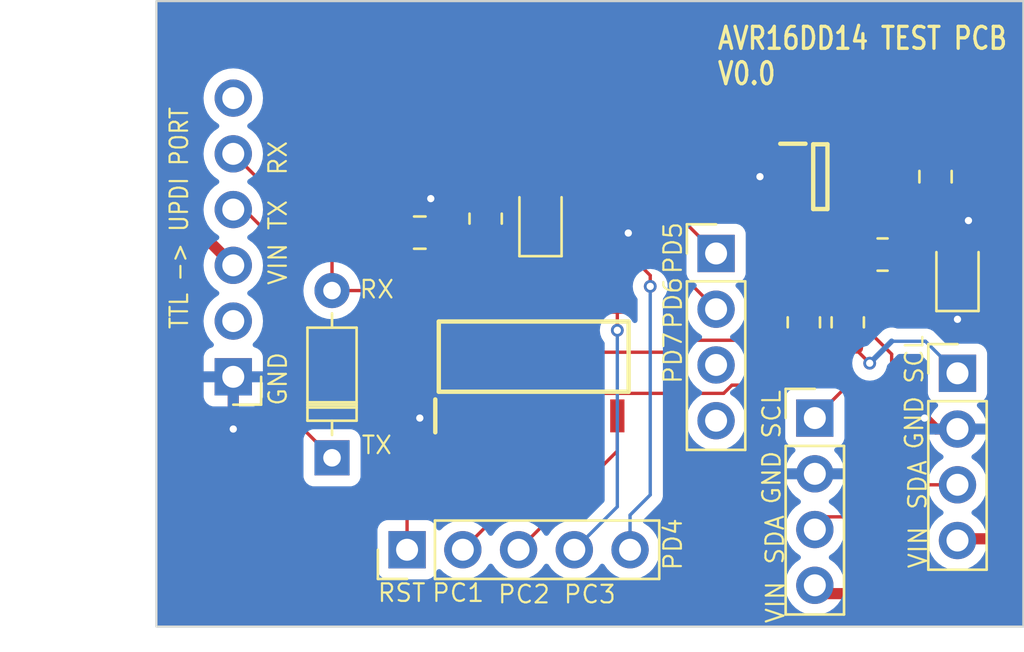
<source format=kicad_pcb>
(kicad_pcb (version 20240108) (generator "pcbnew") (generator_version "8.0")
  (layers (0 "F.Cu" signal) (31 "B.Cu" signal) (34 "B.Paste" user) (35 "F.Paste" user) (36 "B.SilkS" user "B.Silkscreen") (37 "F.SilkS" user "F.Silkscreen") (38 "B.Mask" user) (39 "F.Mask" user) (44 "Edge.Cuts" user))
  (net 0 "")
  (net 1 "/TX")
  (net 2 "/RX")
  (net 3 "/SCL")
  (net 4 "/SDA")
  (net 5 "/VDD")
  (net 6 "0")
  (net 7 "/VIN")
  (net 8 "Net-(D1-A)")
  (net 12 "/PD4")
  (net 13 "/PD6")
  (net 14 "/PC1")
  (net 15 "/RESET")
  (net 16 "/VDDIO2")
  (net 17 "/PD5")
  (net 18 "/PD7")
  (net 19 "/PC3")
  (net 20 "/PC2")
  (net 21 "Net-(D2-A)")
  (footprint "Connector_PinHeader_2.54mm:PinHeader_1x04_P2.54mm_Vertical" (layer "F.Cu") (at 130.5 78)
    (property "Reference" "J5" (hide yes))
    (property "Value" "Conn_01x04")
    (fp_line (start -1.33 -1.33) (end 0 -1.33) (stroke (width 0.12)) (layer "F.SilkS"))
    (fp_line (start -1.33 0) (end -1.33 -1.33) (stroke (width 0.12)) (layer "F.SilkS"))
    (fp_line (start -1.33 1.27) (end -1.33 8.95) (stroke (width 0.12)) (layer "F.SilkS"))
    (fp_line (start -1.33 1.27) (end 1.33 1.27) (stroke (width 0.12)) (layer "F.SilkS"))
    (fp_line (start -1.33 8.95) (end 1.33 8.95) (stroke (width 0.12)) (layer "F.SilkS"))
    (fp_line (start 1.33 1.27) (end 1.33 8.95) (stroke (width 0.12)) (layer "F.SilkS"))
    (pad "1" thru_hole rect (at 0 0) (size 1.7 1.7) (drill 1) (layers "*.Cu" "*.Mask") (net 17 "/PD5"))
    (pad "2" thru_hole oval (at 0 2.54) (size 1.7 1.7) (drill 1) (layers "*.Cu" "*.Mask") (net 13 "/PD6"))
    (pad "3" thru_hole oval (at 0 5.08) (size 1.7 1.7) (drill 1) (layers "*.Cu" "*.Mask") (net 18 "/PD7"))
    (pad "4" thru_hole oval (at 0 7.62) (size 1.7 1.7) (drill 1) (layers "*.Cu" "*.Mask") (net 16 "/VDDIO2"))
  )
  (footprint "Connector_PinHeader_2.54mm:PinHeader_1x04_P2.54mm_Vertical" (layer "F.Cu") (at 135 85.5)
    (property "Reference" "J4" (hide yes))
    (property "Value" "Conn_01x04" (hide yes))
    (fp_line (start -1.33 -1.33) (end 0 -1.33) (stroke (width 0.12)) (layer "F.SilkS"))
    (fp_line (start -1.33 0) (end -1.33 -1.33) (stroke (width 0.12)) (layer "F.SilkS"))
    (fp_line (start -1.33 1.27) (end -1.33 8.95) (stroke (width 0.12)) (layer "F.SilkS"))
    (fp_line (start -1.33 1.27) (end 1.33 1.27) (stroke (width 0.12)) (layer "F.SilkS"))
    (fp_line (start -1.33 8.95) (end 1.33 8.95) (stroke (width 0.12)) (layer "F.SilkS"))
    (fp_line (start 1.33 1.27) (end 1.33 8.95) (stroke (width 0.12)) (layer "F.SilkS"))
    (pad "1" thru_hole rect (at 0 0) (size 1.7 1.7) (drill 1) (layers "*.Cu" "*.Mask") (net 3 "/SCL"))
    (pad "2" thru_hole oval (at 0 2.54) (size 1.7 1.7) (drill 1) (layers "*.Cu" "*.Mask") (net 6 "0"))
    (pad "3" thru_hole oval (at 0 5.08) (size 1.7 1.7) (drill 1) (layers "*.Cu" "*.Mask") (net 4 "/SDA"))
    (pad "4" thru_hole oval (at 0 7.62) (size 1.7 1.7) (drill 1) (layers "*.Cu" "*.Mask") (net 7 "/VIN"))
  )
  (footprint "Capacitor_SMD:C_0805_2012Metric" (layer "F.Cu") (at 117 77.05 180)
    (property "Reference" "C1" (hide yes))
    (property "Value" "22uF")
    (fp_line (start -0.261252 0.735) (end 0.261252 0.735) (stroke (width 0.12)) (layer "F.SilkS"))
    (fp_line (start -0.261252 -0.735) (end 0.261252 -0.735) (stroke (width 0.12)) (layer "F.SilkS"))
    (pad "1" smd roundrect (at -0.95 0 180) (size 1 1.45) (layers "F.Cu" "F.Paste" "F.Mask") (net 6 "0"))
    (pad "2" smd roundrect (at 0.95 0 180) (size 1 1.45) (layers "F.Cu" "F.Paste" "F.Mask") (net 5 "/VDD"))
  )
  (footprint "Resistor_SMD:R_0805_2012Metric" (layer "F.Cu") (at 138.0875 78.05 180)
    (property "Reference" "R4" (hide yes))
    (property "Value" "470")
    (fp_line (start -0.227064 0.735) (end 0.227064 0.735) (stroke (width 0.12)) (layer "F.SilkS"))
    (fp_line (start -0.227064 -0.735) (end 0.227064 -0.735) (stroke (width 0.12)) (layer "F.SilkS"))
    (pad "1" smd roundrect (at -0.9125 0 180) (size 1.025 1.4) (layers "F.Cu" "F.Paste" "F.Mask") (roundrect_rratio 0.243902439) (net 8 "Net-(D1-A)"))
    (pad "2" smd roundrect (at 0.9125 0 180) (size 1.025 1.4) (layers "F.Cu" "F.Paste" "F.Mask") (roundrect_rratio 0.243902439) (net 5 "/VDD"))
  )
  (footprint "LED_SMD:LED_0805_2012Metric" (layer "F.Cu") (at 122.5 76.4375 90)
    (property "Reference" "D2" (hide yes))
    (property "Value" "LED")
    (fp_line (start 1 -0.96) (end -1.685 -0.96) (stroke (width 0.12)) (layer "F.SilkS"))
    (fp_line (start -1.685 -0.96) (end -1.685 0.96) (stroke (width 0.12)) (layer "F.SilkS"))
    (fp_line (start -1.685 0.96) (end 1 0.96) (stroke (width 0.12)) (layer "F.SilkS"))
    (pad "1" smd roundrect (at -0.9375 0 90) (size 0.975 1.4) (layers "F.Cu" "F.Paste" "F.Mask") (net 6 "0"))
    (pad "2" smd roundrect (at 0.9375 0 90) (size 0.975 1.4) (layers "F.Cu" "F.Paste" "F.Mask") (net 21 "Net-(D2-A)"))
  )
  (footprint "Diode_THT:D_DO-35_SOD27_P7.62mm_Horizontal" (layer "F.Cu") (at 113 87.31 90)
    (property "Reference" "D3" (hide yes))
    (property "Value" "BAT85")
    (fp_line (start 5.93 -1.12) (end 1.69 -1.12) (stroke (width 0.12)) (layer "F.SilkS"))
    (fp_line (start 2.53 -1.12) (end 2.53 1.12) (stroke (width 0.12)) (layer "F.SilkS"))
    (fp_line (start 2.41 -1.12) (end 2.41 1.12) (stroke (width 0.12)) (layer "F.SilkS"))
    (fp_line (start 2.29 -1.12) (end 2.29 1.12) (stroke (width 0.12)) (layer "F.SilkS"))
    (fp_line (start 1.69 -1.12) (end 1.69 1.12) (stroke (width 0.12)) (layer "F.SilkS"))
    (fp_line (start 6.58 0) (end 5.93 0) (stroke (width 0.12)) (layer "F.SilkS"))
    (fp_line (start 1.04 0) (end 1.69 0) (stroke (width 0.12)) (layer "F.SilkS"))
    (fp_line (start 5.93 1.12) (end 5.93 -1.12) (stroke (width 0.12)) (layer "F.SilkS"))
    (fp_line (start 1.69 1.12) (end 5.93 1.12) (stroke (width 0.12)) (layer "F.SilkS"))
    (pad "1" thru_hole rect (at 0 0 90) (size 1.6 1.6) (drill 0.8) (layers "*.Cu" "*.Mask") (net 1 "/TX"))
    (pad "2" thru_hole oval (at 7.62 0 90) (size 1.6 1.6) (drill 0.8) (layers "*.Cu" "*.Mask") (net 2 "/RX"))
  )
  (footprint "Connector_PinHeader_2.54mm:PinHeader_1x05_P2.54mm_Vertical" (layer "F.Cu") (at 116.42 91.5 90)
    (property "Reference" "J6" (hide yes))
    (property "Value" "Conn_01x05")
    (fp_line (start -1.33 -1.33) (end 0 -1.33) (stroke (width 0.12)) (layer "F.SilkS"))
    (fp_line (start -1.33 0) (end -1.33 -1.33) (stroke (width 0.12)) (layer "F.SilkS"))
    (fp_line (start 1.33 1.27) (end 1.33 11.49) (stroke (width 0.12)) (layer "F.SilkS"))
    (fp_line (start -1.33 1.27) (end 1.33 1.27) (stroke (width 0.12)) (layer "F.SilkS"))
    (fp_line (start -1.33 1.27) (end -1.33 11.49) (stroke (width 0.12)) (layer "F.SilkS"))
    (fp_line (start -1.33 11.49) (end 1.33 11.49) (stroke (width 0.12)) (layer "F.SilkS"))
    (pad "1" thru_hole rect (at 0 0 90) (size 1.7 1.7) (drill 1) (layers "*.Cu" "*.Mask") (net 15 "/RESET"))
    (pad "2" thru_hole oval (at 0 2.54 90) (size 1.7 1.7) (drill 1) (layers "*.Cu" "*.Mask") (net 14 "/PC1"))
    (pad "3" thru_hole oval (at 0 5.08 90) (size 1.7 1.7) (drill 1) (layers "*.Cu" "*.Mask") (net 20 "/PC2"))
    (pad "4" thru_hole oval (at 0 7.62 90) (size 1.7 1.7) (drill 1) (layers "*.Cu" "*.Mask") (net 19 "/PC3"))
    (pad "5" thru_hole oval (at 0 10.16 90) (size 1.7 1.7) (drill 1) (layers "*.Cu" "*.Mask") (net 12 "/PD4"))
  )
  (footprint "lib_components:SOIC127P600X175-14N" (layer "F.Cu") (at 122.19 82.7 90)
    (property "Reference" "IC1" (hide yes))
    (property "Value" "AVR16DD14-I_SL" (hide yes))
    (fp_line (start -3.45 -4.485) (end -1.95 -4.485) (stroke (width 0.2)) (layer "F.SilkS"))
    (fp_line (start 1.6 -4.325) (end 1.6 4.325) (stroke (width 0.2)) (layer "F.SilkS"))
    (fp_line (start -1.6 -4.325) (end 1.6 -4.325) (stroke (width 0.2)) (layer "F.SilkS"))
    (fp_line (start 1.6 4.325) (end -1.6 4.325) (stroke (width 0.2)) (layer "F.SilkS"))
    (fp_line (start -1.6 4.325) (end -1.6 -4.325) (stroke (width 0.2)) (layer "F.SilkS"))
    (pad "1" smd rect (at -2.7 -3.81 180) (size 0.65 1.5) (layers "F.Cu" "F.Paste" "F.Mask") (net 6 "0"))
    (pad "2" smd rect (at -2.7 -2.54 180) (size 0.65 1.5) (layers "F.Cu" "F.Paste" "F.Mask") (net 15 "/RESET"))
    (pad "3" smd rect (at -2.7 -1.27 180) (size 0.65 1.5) (layers "F.Cu" "F.Paste" "F.Mask") (net 2 "/RX"))
    (pad "4" smd rect (at -2.7 0 180) (size 0.65 1.5) (layers "F.Cu" "F.Paste" "F.Mask") (net 4 "/SDA"))
    (pad "5" smd rect (at -2.7 1.27 180) (size 0.65 1.5) (layers "F.Cu" "F.Paste" "F.Mask") (net 3 "/SCL"))
    (pad "6" smd rect (at -2.7 2.54 180) (size 0.65 1.5) (layers "F.Cu" "F.Paste" "F.Mask") (net 14 "/PC1"))
    (pad "7" smd rect (at -2.7 3.81 180) (size 0.65 1.5) (layers "F.Cu" "F.Paste" "F.Mask") (net 20 "/PC2"))
    (pad "8" smd rect (at 2.7 3.81 180) (size 0.65 1.5) (layers "F.Cu" "F.Paste" "F.Mask") (net 19 "/PC3"))
    (pad "9" smd rect (at 2.7 2.54 180) (size 0.65 1.5) (layers "F.Cu" "F.Paste" "F.Mask") (net 5 "/VDD"))
    (pad "10" smd rect (at 2.7 1.27 180) (size 0.65 1.5) (layers "F.Cu" "F.Paste" "F.Mask") (net 12 "/PD4"))
    (pad "11" smd rect (at 2.7 0 180) (size 0.65 1.5) (layers "F.Cu" "F.Paste" "F.Mask") (net 17 "/PD5"))
    (pad "12" smd rect (at 2.7 -1.27 180) (size 0.65 1.5) (layers "F.Cu" "F.Paste" "F.Mask") (net 13 "/PD6"))
    (pad "13" smd rect (at 2.7 -2.54 180) (size 0.65 1.5) (layers "F.Cu" "F.Paste" "F.Mask") (net 18 "/PD7"))
    (pad "14" smd rect (at 2.7 -3.81 180) (size 0.65 1.5) (layers "F.Cu" "F.Paste" "F.Mask") (net 5 "/VDD"))
  )
  (footprint "lib_components:SOT95P280X145-5N" (layer "F.Cu") (at 135.25 74.5)
    (property "Reference" "IC2" (hide yes))
    (property "Value" "ST730M33R" (hide yes))
    (fp_line (start -1.825 -1.5) (end -0.675 -1.5) (stroke (width 0.2)) (layer "F.SilkS"))
    (fp_line (start -0.325 -1.475) (end 0.325 -1.475) (stroke (width 0.2)) (layer "F.SilkS"))
    (fp_line (start -0.325 1.475) (end -0.325 -1.475) (stroke (width 0.2)) (layer "F.SilkS"))
    (fp_line (start 0.325 -1.475) (end 0.325 1.475) (stroke (width 0.2)) (layer "F.SilkS"))
    (fp_line (start 0.325 1.475) (end -0.325 1.475) (stroke (width 0.2)) (layer "F.SilkS"))
    (pad "1" smd rect (at -1.25 -0.95 90) (size 0.6 1.15) (layers "F.Cu" "F.Paste" "F.Mask") (net 5 "/VDD"))
    (pad "2" smd rect (at -1.25 0 90) (size 0.6 1.15) (layers "F.Cu" "F.Paste" "F.Mask") (net 6 "0"))
    (pad "3" smd rect (at -1.25 0.95 90) (size 0.6 1.15) (layers "F.Cu" "F.Paste" "F.Mask") (net 7 "/VIN"))
    (pad "4" smd rect (at 1.25 0.95 90) (size 0.6 1.15) (layers "F.Cu" "F.Paste" "F.Mask"))
    (pad "5" smd rect (at 1.25 -0.95 90) (size 0.6 1.15) (layers "F.Cu" "F.Paste" "F.Mask") (net 7 "/VIN"))
  )
  (footprint "Capacitor_SMD:C_0805_2012Metric" (layer "F.Cu") (at 140.5 74.5 90)
    (property "Reference" "C2" (hide yes))
    (property "Value" "22uF")
    (fp_line (start -0.261252 -0.735) (end 0.261252 -0.735) (stroke (width 0.12)) (layer "F.SilkS"))
    (fp_line (start -0.261252 0.735) (end 0.261252 0.735) (stroke (width 0.12)) (layer "F.SilkS"))
    (pad "1" smd roundrect (at -0.95 0 90) (size 1 1.45) (layers "F.Cu" "F.Paste" "F.Mask") (net 6 "0"))
    (pad "2" smd roundrect (at 0.95 0 90) (size 1 1.45) (layers "F.Cu" "F.Paste" "F.Mask") (net 7 "/VIN"))
  )
  (footprint "Connector_PinHeader_2.54mm:PinHeader_1x04_P2.54mm_Vertical" (layer "F.Cu") (at 141.5 83.46)
    (property "Reference" "J2" (hide yes))
    (property "Value" "Conn_01x04")
    (fp_line (start -1.33 -1.33) (end 0 -1.33) (stroke (width 0.12)) (layer "F.SilkS"))
    (fp_line (start -1.33 0) (end -1.33 -1.33) (stroke (width 0.12)) (layer "F.SilkS"))
    (fp_line (start -1.33 1.27) (end -1.33 8.95) (stroke (width 0.12)) (layer "F.SilkS"))
    (fp_line (start -1.33 1.27) (end 1.33 1.27) (stroke (width 0.12)) (layer "F.SilkS"))
    (fp_line (start -1.33 8.95) (end 1.33 8.95) (stroke (width 0.12)) (layer "F.SilkS"))
    (fp_line (start 1.33 1.27) (end 1.33 8.95) (stroke (width 0.12)) (layer "F.SilkS"))
    (pad "1" thru_hole rect (at 0 0) (size 1.7 1.7) (drill 1) (layers "*.Cu" "*.Mask") (net 3 "/SCL"))
    (pad "2" thru_hole oval (at 0 2.54) (size 1.7 1.7) (drill 1) (layers "*.Cu" "*.Mask") (net 6 "0"))
    (pad "3" thru_hole oval (at 0 5.08) (size 1.7 1.7) (drill 1) (layers "*.Cu" "*.Mask") (net 4 "/SDA"))
    (pad "4" thru_hole oval (at 0 7.62) (size 1.7 1.7) (drill 1) (layers "*.Cu" "*.Mask") (net 7 "/VIN"))
  )
  (footprint "Resistor_SMD:R_0805_2012Metric" (layer "F.Cu") (at 120 76.4125 -90)
    (property "Reference" "R5" (hide yes))
    (property "Value" "470")
    (fp_line (start -0.227064 0.735) (end 0.227064 0.735) (stroke (width 0.12)) (layer "F.SilkS"))
    (fp_line (start -0.227064 -0.735) (end 0.227064 -0.735) (stroke (width 0.12)) (layer "F.SilkS"))
    (pad "1" smd roundrect (at -0.9125 0 270) (size 1.025 1.4) (layers "F.Cu" "F.Paste" "F.Mask") (roundrect_rratio 0.243902439) (net 21 "Net-(D2-A)"))
    (pad "2" smd roundrect (at 0.9125 0 270) (size 1.025 1.4) (layers "F.Cu" "F.Paste" "F.Mask") (roundrect_rratio 0.243902439) (net 18 "/PD7"))
  )
  (footprint "Resistor_SMD:R_0805_2012Metric" (layer "F.Cu") (at 134.5 81.1375 90)
    (property "Reference" "R2" (hide yes))
    (property "Value" "1k")
    (fp_line (start -0.227064 -0.735) (end 0.227064 -0.735) (stroke (width 0.12)) (layer "F.SilkS"))
    (fp_line (start -0.227064 0.735) (end 0.227064 0.735) (stroke (width 0.12)) (layer "F.SilkS"))
    (pad "1" smd roundrect (at -0.9125 0 90) (size 1.025 1.4) (layers "F.Cu" "F.Paste" "F.Mask") (roundrect_rratio 0.243902439) (net 4 "/SDA"))
    (pad "2" smd roundrect (at 0.9125 0 90) (size 1.025 1.4) (layers "F.Cu" "F.Paste" "F.Mask") (roundrect_rratio 0.243902439) (net 5 "/VDD"))
  )
  (footprint "Connector_PinHeader_2.54mm:PinHeader_1x06_P2.54mm_Horizontal" (layer "F.Cu") (at 108.5 83.62 180)
    (property "Reference" "J1" (hide yes))
    (property "Value" "Conn_01x06_Pin")
    (fp_line (start -1.27 0) (end -1.27 -1.27) (stroke (width 0.12)) (layer "F.SilkS"))
    (fp_line (start -1.27 -1.27) (end 0 -1.27) (stroke (width 0.12)) (layer "F.SilkS"))
    (pad "1" thru_hole rect (at 0 0 180) (size 1.7 1.7) (drill 1) (layers "*.Cu" "*.Mask") (net 6 "0"))
    (pad "2" thru_hole oval (at 0 2.54 180) (size 1.7 1.7) (drill 1) (layers "*.Cu" "*.Mask"))
    (pad "3" thru_hole oval (at 0 5.08 180) (size 1.7 1.7) (drill 1) (layers "*.Cu" "*.Mask") (net 7 "/VIN"))
    (pad "4" thru_hole oval (at 0 7.62 180) (size 1.7 1.7) (drill 1) (layers "*.Cu" "*.Mask") (net 1 "/TX"))
    (pad "5" thru_hole oval (at 0 10.16 180) (size 1.7 1.7) (drill 1) (layers "*.Cu" "*.Mask") (net 2 "/RX"))
    (pad "6" thru_hole oval (at 0 12.7 180) (size 1.7 1.7) (drill 1) (layers "*.Cu" "*.Mask"))
  )
  (footprint "Resistor_SMD:R_0805_2012Metric" (layer "F.Cu") (at 136.5 81.1375 90)
    (property "Reference" "R3" (hide yes))
    (property "Value" "1k")
    (fp_line (start -0.227064 -0.735) (end 0.227064 -0.735) (stroke (width 0.12)) (layer "F.SilkS"))
    (fp_line (start -0.227064 0.735) (end 0.227064 0.735) (stroke (width 0.12)) (layer "F.SilkS"))
    (pad "1" smd roundrect (at -0.9125 0 90) (size 1.025 1.4) (layers "F.Cu" "F.Paste" "F.Mask") (roundrect_rratio 0.243902439) (net 3 "/SCL"))
    (pad "2" smd roundrect (at 0.9125 0 90) (size 1.025 1.4) (layers "F.Cu" "F.Paste" "F.Mask") (roundrect_rratio 0.243902439) (net 5 "/VDD"))
  )
  (footprint "LED_SMD:LED_0805_2012Metric" (layer "F.Cu") (at 141.5 78.9375 90)
    (property "Reference" "D1" (hide yes))
    (property "Value" "LED")
    (fp_line (start 1 -0.96) (end -1.685 -0.96) (stroke (width 0.12)) (layer "F.SilkS"))
    (fp_line (start -1.685 -0.96) (end -1.685 0.96) (stroke (width 0.12)) (layer "F.SilkS"))
    (fp_line (start -1.685 0.96) (end 1 0.96) (stroke (width 0.12)) (layer "F.SilkS"))
    (pad "1" smd roundrect (at -0.9375 0 90) (size 0.975 1.4) (layers "F.Cu" "F.Paste" "F.Mask") (net 6 "0"))
    (pad "2" smd roundrect (at 0.9375 0 90) (size 0.975 1.4) (layers "F.Cu" "F.Paste" "F.Mask") (net 8 "Net-(D1-A)"))
  )
  (gr_rect (start 105 66.5) (end 144.5 95) (stroke (width 0.1)) (fill none) (layer "Edge.Cuts"))
  (gr_text "GND\n" (at 140 87 90) (layer "F.SilkS") (effects (font (size 0.8 0.8) (thickness 0.1)) (justify left bottom)))
  (gr_text "PC2\n" (at 120.5 94 0) (layer "F.SilkS") (effects (font (size 0.8 0.8) (thickness 0.1)) (justify left bottom)))
  (gr_text "PD4" (at 129 92.5 90) (layer "F.SilkS") (effects (font (size 0.8 0.8) (thickness 0.1)) (justify left bottom)))
  (gr_text "PD7\n" (at 129 84 90) (layer "F.SilkS") (effects (font (size 0.8 0.8) (thickness 0.1)) (justify left bottom)))
  (gr_text "SDA\n" (at 140.150309 89.737309 90) (layer "F.SilkS") (effects (font (size 0.8 0.8) (thickness 0.1)) (justify left bottom)))
  (gr_text "SDA\n" (at 133.650309 92.237309 90) (layer "F.SilkS") (effects (font (size 0.8 0.8) (thickness 0.1)) (justify left bottom)))
  (gr_text "SCL" (at 140 84 90) (layer "F.SilkS") (effects (font (size 0.8 0.8) (thickness 0.1)) (justify left bottom)))
  (gr_text "PC3" (at 123.5 94 0) (layer "F.SilkS") (effects (font (size 0.8 0.8) (thickness 0.1)) (justify left bottom)))
  (gr_text "TTL -> UPDI PORT" (at 106.5 81.5 90) (layer "F.SilkS") (effects (font (size 0.8 0.7) (thickness 0.1)) (justify left bottom)))
  (gr_text "VIN\n" (at 140.17 92.41 90) (layer "F.SilkS") (effects (font (size 0.8 0.8) (thickness 0.1)) (justify left bottom)))
  (gr_text "VIN" (at 111 79.5 90) (layer "F.SilkS") (effects (font (size 0.8 0.8) (thickness 0.1)) (justify left bottom)))
  (gr_text "AVR16DD14 TEST PCB\nV0.0\n\n" (at 130.5 72 0) (layer "F.SilkS") (effects (font (size 1 0.8)) (justify left bottom)))
  (gr_text "PC1\n" (at 117.5 93.934118 0) (layer "F.SilkS") (effects (font (size 0.8 0.8) (thickness 0.1)) (justify left bottom)))
  (gr_text "SCL" (at 133.5 86.5 90) (layer "F.SilkS") (effects (font (size 0.8 0.8) (thickness 0.1)) (justify left bottom)))
  (gr_text "TX" (at 114.287786 87.200784 0) (layer "F.SilkS") (effects (font (size 0.8 0.8) (thickness 0.1)) (justify left bottom)))
  (gr_text "RX" (at 114.192548 80.105546 0) (layer "F.SilkS") (effects (font (size 0.8 0.8) (thickness 0.1)) (justify left bottom)))
  (gr_text "VIN\n" (at 133.67 94.91 90) (layer "F.SilkS") (effects (font (size 0.8 0.8) (thickness 0.1)) (justify left bottom)))
  (gr_text "GND\n" (at 133.5 89.5 90) (layer "F.SilkS") (effects (font (size 0.8 0.8) (thickness 0.1)) (justify left bottom)))
  (gr_text "PD6\n" (at 129 81.5 90) (layer "F.SilkS") (effects (font (size 0.8 0.8) (thickness 0.1)) (justify left bottom)))
  (gr_text "RX" (at 111 74.5 90) (layer "F.SilkS") (effects (font (size 0.8 0.8) (thickness 0.1)) (justify left bottom)))
  (gr_text "TX" (at 111 77 90) (layer "F.SilkS") (effects (font (size 0.8 0.8) (thickness 0.1)) (justify left bottom)))
  (gr_text "GND\n" (at 111 85 90) (layer "F.SilkS") (effects (font (size 0.8 0.8) (thickness 0.1)) (justify left bottom)))
  (gr_text "RST" (at 115.02112 93.934118 0) (layer "F.SilkS") (effects (font (size 0.8 0.8) (thickness 0.1)) (justify left bottom)))
  (gr_text "PD5" (at 129 79 90) (layer "F.SilkS") (effects (font (size 0.8 0.8) (thickness 0.1)) (justify left bottom)))
  (segment (start 109 76) (end 111 78) (width 0.1524) (layer "F.Cu") (net 1))
  (segment (start 108.5 76) (end 109 76) (width 0.1524) (layer "F.Cu") (net 1))
  (segment (start 111 85.31) (end 113 87.31) (width 0.1524) (layer "F.Cu") (net 1))
  (segment (start 111 78) (end 111 85.31) (width 0.1524) (layer "F.Cu") (net 1))
  (segment (start 113 77.96) (end 113 79.69) (width 0.1524) (layer "F.Cu") (net 2))
  (segment (start 108.5 73.46) (end 113 77.96) (width 0.1524) (layer "F.Cu") (net 2))
  (segment (start 113 79.69) (end 115.635 79.69) (width 0.1524) (layer "F.Cu") (net 2))
  (segment (start 120.92 84.975) (end 120.92 85.4) (width 0.1524) (layer "F.Cu") (net 2))
  (segment (start 115.635 79.69) (end 120.92 84.975) (width 0.1524) (layer "F.Cu") (net 2))
  (segment (start 136.5 84) (end 135 85.5) (width 0.1524) (layer "F.Cu") (net 3))
  (segment (start 124.0612 84.3738) (end 130.846488 84.3738) (width 0.1524) (layer "F.Cu") (net 3))
  (segment (start 136.5 82.05) (end 136.55 82.05) (width 0.1524) (layer "F.Cu") (net 3))
  (segment (start 136.5 82.05) (end 136.5 84) (width 0.1524) (layer "F.Cu") (net 3))
  (segment (start 123.46 85.4) (end 123.46 84.975) (width 0.1524) (layer "F.Cu") (net 3))
  (segment (start 134.55 84) (end 136.5 82.05) (width 0.1524) (layer "F.Cu") (net 3))
  (segment (start 130.846488 84.3738) (end 131.220288 84) (width 0.1524) (layer "F.Cu") (net 3))
  (segment (start 131.220288 84) (end 134.55 84) (width 0.1524) (layer "F.Cu") (net 3))
  (segment (start 136.55 82.05) (end 137.5 83) (width 0.1524) (layer "F.Cu") (net 3))
  (segment (start 123.46 84.975) (end 124.0612 84.3738) (width 0.1524) (layer "F.Cu") (net 3))
  (via (at 137.5 83) (size 0.5842) (drill 0.3302) (layers "F.Cu" "B.Cu") (net 3))
  (segment (start 140.04 82) (end 141.5 83.46) (width 0.1524) (layer "B.Cu") (net 3))
  (segment (start 137.5 83) (end 138.5 82) (width 0.25) (layer "B.Cu") (net 3))
  (segment (start 138.5 82) (end 140.04 82) (width 0.1524) (layer "B.Cu") (net 3))
  (segment (start 134.5 82.05) (end 135.2887 81.2613) (width 0.1524) (layer "F.Cu") (net 4))
  (segment (start 139.96 88.54) (end 138.5 90) (width 0.1524) (layer "F.Cu") (net 4))
  (segment (start 135.58 90) (end 135 90.58) (width 0.1524) (layer "F.Cu") (net 4))
  (segment (start 138.5 82.586414) (end 138.5 90) (width 0.1524) (layer "F.Cu") (net 4))
  (segment (start 134.4038 81.9538) (end 129.5462 81.9538) (width 0.1524) (layer "F.Cu") (net 4))
  (segment (start 124 82.5) (end 122.19 84.31) (width 0.1524) (layer "F.Cu") (net 4))
  (segment (start 129.5462 81.9538) (end 129 82.5) (width 0.1524) (layer "F.Cu") (net 4))
  (segment (start 135.2887 81.2613) (end 137.174886 81.2613) (width 0.1524) (layer "F.Cu") (net 4))
  (segment (start 129 82.5) (end 124 82.5) (width 0.1524) (layer "F.Cu") (net 4))
  (segment (start 134.5 82.05) (end 134.5 82.5) (width 0.1524) (layer "F.Cu") (net 4))
  (segment (start 138.5 90) (end 135.58 90) (width 0.1524) (layer "F.Cu") (net 4))
  (segment (start 134.5 82.05) (end 134.4038 81.9538) (width 0.1524) (layer "F.Cu") (net 4))
  (segment (start 141.5 88.54) (end 139.96 88.54) (width 0.1524) (layer "F.Cu") (net 4))
  (segment (start 137.174886 81.2613) (end 138.5 82.586414) (width 0.1524) (layer "F.Cu") (net 4))
  (segment (start 122.19 84.31) (end 122.19 85.4) (width 0.1524) (layer "F.Cu") (net 4))
  (segment (start 116.05 74.45) (end 117 73.5) (width 0.508) (layer "F.Cu") (net 5))
  (segment (start 132.55 73.5) (end 133.625 73.5) (width 0.508) (layer "F.Cu") (net 5))
  (segment (start 134.05 78.05) (end 129.5 73.5) (width 0.508) (layer "F.Cu") (net 5))
  (segment (start 116.05 77.05) (end 116.05 74.45) (width 0.508) (layer "F.Cu") (net 5))
  (segment (start 134.175 78.05) (end 136.85 78.05) (width 0.508) (layer "F.Cu") (net 5))
  (segment (start 134.175 78.05) (end 134.05 78.05) (width 0.508) (layer "F.Cu") (net 5))
  (segment (start 123.8866 81.5564) (end 124.73 80.713) (width 0.508) (layer "F.Cu") (net 5))
  (segment (start 133.625 73.5) (end 133.675 73.55) (width 0.508) (layer "F.Cu") (net 5))
  (segment (start 116.05 77.67) (end 118.38 80) (width 0.508) (layer "F.Cu") (net 5))
  (segment (start 134.175 80.225) (end 134.175 78.05) (width 0.508) (layer "F.Cu") (net 5))
  (segment (start 132.5 73.55) (end 132.55 73.5) (width 0.508) (layer "F.Cu") (net 5))
  (segment (start 118.38 81.38) (end 118.5564 81.5564) (width 0.508) (layer "F.Cu") (net 5))
  (segment (start 132.45 73.5) (end 132.5 73.55) (width 0.508) (layer "F.Cu") (net 5))
  (segment (start 118.38 80) (end 118.38 81.38) (width 0.508) (layer "F.Cu") (net 5))
  (segment (start 136.175 80.05) (end 134.175 78.05) (width 0.508) (layer "F.Cu") (net 5))
  (segment (start 124.73 80.713) (end 124.73 80) (width 0.508) (layer "F.Cu") (net 5))
  (segment (start 116.05 77.05) (end 116.05 77.67) (width 0.508) (layer "F.Cu") (net 5))
  (segment (start 118.5564 81.5564) (end 123.8866 81.5564) (width 0.508) (layer "F.Cu") (net 5))
  (segment (start 117 73.5) (end 132.45 73.5) (width 0.508) (layer "F.Cu") (net 5))
  (segment (start 126.5 77.0683) (end 126.1933 77.375) (width 0.508) (layer "F.Cu") (net 6))
  (segment (start 141.5 86) (end 140.5 86) (width 0.508) (layer "F.Cu") (net 6))
  (segment (start 117.95 77.05) (end 117.95 75.95) (width 0.508) (layer "F.Cu") (net 6))
  (segment (start 126.1933 77.375) (end 122.5 77.375) (width 0.508) (layer "F.Cu") (net 6))
  (segment (start 141.55 76.5) (end 140.5 75.45) (width 0.508) (layer "F.Cu") (net 6))
  (segment (start 117.1 85.4) (end 117 85.5) (width 0.508) (layer "F.Cu") (net 6))
  (segment (start 142 76.5) (end 141.55 76.5) (width 0.508) (layer "F.Cu") (net 6))
  (segment (start 108.5 86) (end 108.5 85.7539) (width 0.508) (layer "F.Cu") (net 6))
  (segment (start 141.5 79.875) (end 141.5 81) (width 0.508) (layer "F.Cu") (net 6))
  (segment (start 117.95 75.95) (end 117.5 75.5) (width 0.508) (layer "F.Cu") (net 6))
  (segment (start 108.5 83.62) (end 108.5 86) (width 0.508) (layer "F.Cu") (net 6))
  (segment (start 140.5 86) (end 140 85.5) (width 0.508) (layer "F.Cu") (net 6))
  (segment (start 132.5 74.5) (end 134 74.5) (width 0.25) (layer "F.Cu") (net 6))
  (segment (start 118.38 85.4) (end 117.1 85.4) (width 0.508) (layer "F.Cu") (net 6))
  (via (at 142 76.5) (size 0.5842) (drill 0.3302) (layers "F.Cu" "B.Cu") (net 6))
  (via (at 126.5 77.0683) (size 0.5842) (drill 0.3302) (layers "F.Cu" "B.Cu") (net 6))
  (via (at 108.5 86) (size 0.5842) (drill 0.3302) (layers "F.Cu" "B.Cu") (net 6))
  (via (at 117.5 75.5) (size 0.5842) (drill 0.3302) (layers "F.Cu" "B.Cu") (net 6))
  (via (at 140 85.5) (size 0.5842) (drill 0.3302) (layers "F.Cu" "B.Cu") (net 6))
  (via (at 141.5 81) (size 0.5842) (drill 0.3302) (layers "F.Cu" "B.Cu") (net 6))
  (via (at 132.5 74.5) (size 0.5842) (drill 0.3302) (layers "F.Cu" "B.Cu") (net 6))
  (via (at 117 85.5) (size 0.5842) (drill 0.3302) (layers "F.Cu" "B.Cu") (net 6))
  (segment (start 135.38 93.5) (end 135 93.12) (width 0.508) (layer "F.Cu") (net 7))
  (segment (start 111.772 69) (end 112.272 68.5) (width 0.508) (layer "F.Cu") (net 7))
  (segment (start 143.5 91) (end 141.58 91) (width 0.508) (layer "F.Cu") (net 7))
  (segment (start 143.5 91) (end 143.5 91.58) (width 0.508) (layer "F.Cu") (net 7))
  (segment (start 130.5 71) (end 137.95 71) (width 0.508) (layer "F.Cu") (net 7))
  (segment (start 134.175 76.55) (end 138.175 76.55) (width 0.508) (layer "F.Cu") (net 7))
  (segment (start 139.175 73.55) (end 140.175 73.55) (width 0.508) (layer "F.Cu") (net 7))
  (segment (start 138.175 73.55) (end 139.175 73.55) (width 0.508) (layer "F.Cu") (net 7))
  (segment (start 108.5 78.54) (end 106.5 76.54) (width 0.508) (layer "F.Cu") (net 7))
  (segment (start 138.175 76.55) (end 138.175 73.55) (width 0.508) (layer "F.Cu") (net 7))
  (segment (start 143.5 91.58) (end 141.58 93.5) (width 0.508) (layer "F.Cu") (net 7))
  (segment (start 106.5 69) (end 111.772 69) (width 0.508) (layer "F.Cu") (net 7))
  (segment (start 136.175 73.55) (end 138.175 73.55) (width 0.508) (layer "F.Cu") (net 7))
  (segment (start 106.5 76.54) (end 106.5 69) (width 0.508) (layer "F.Cu") (net 7))
  (segment (start 112.272 68.5) (end 128 68.5) (width 0.508) (layer "F.Cu") (net 7))
  (segment (start 143.5 75.825) (end 143.5 91) (width 0.508) (layer "F.Cu") (net 7))
  (segment (start 141.225 73.55) (end 143.5 75.825) (width 0.508) (layer "F.Cu") (net 7))
  (segment (start 137.95 71) (end 140.5 73.55) (width 0.508) (layer "F.Cu") (net 7))
  (segment (start 141.58 93.5) (end 135.38 93.5) (width 0.508) (layer "F.Cu") (net 7))
  (segment (start 133.675 75.45) (end 133.675 76.05) (width 0.508) (layer "F.Cu") (net 7))
  (segment (start 140.5 73.55) (end 141.225 73.55) (width 0.508) (layer "F.Cu") (net 7))
  (segment (start 128 68.5) (end 130.5 71) (width 0.508) (layer "F.Cu") (net 7))
  (segment (start 133.675 76.05) (end 134.175 76.55) (width 0.508) (layer "F.Cu") (net 7))
  (segment (start 141.58 91) (end 141.5 91.08) (width 0.508) (layer "F.Cu") (net 7))
  (segment (start 138.675 78.05) (end 141.45 78.05) (width 0.508) (layer "F.Cu") (net 8))
  (segment (start 141.45 78.05) (end 141.5 78) (width 0.508) (layer "F.Cu") (net 8))
  (segment (start 124.1288 79.3312) (end 123.46 80) (width 0.1524) (layer "F.Cu") (net 12))
  (segment (start 127 78.5) (end 124.6026 78.5) (width 0.1524) (layer "F.Cu") (net 12))
  (segment (start 124.6026 78.5) (end 124.1288 78.9738) (width 0.1524) (layer "F.Cu") (net 12))
  (segment (start 127.5 79.5) (end 127.5 79) (width 0.1524) (layer "F.Cu") (net 12))
  (segment (start 127.5 79) (end 127 78.5) (width 0.1524) (layer "F.Cu") (net 12))
  (segment (start 124.1288 78.9738) (end 124.1288 79.3312) (width 0.1524) (layer "F.Cu") (net 12))
  (via (at 127.5 79.5) (size 0.5842) (drill 0.3302) (layers "F.Cu" "B.Cu") (net 12))
  (segment (start 127.5 79.5) (end 127.5 89) (width 0.1524) (layer "B.Cu") (net 12))
  (segment (start 127.5 89) (end 126.58 89.92) (width 0.1524) (layer "B.Cu") (net 12))
  (segment (start 126.58 89.92) (end 126.58 91.5) (width 0.1524) (layer "B.Cu") (net 12))
  (segment (start 121.821624 78.1387) (end 123.178376 78.1387) (width 0.1524) (layer "F.Cu") (net 13))
  (segment (start 127.46 77.5) (end 130.5 80.54) (width 0.1524) (layer "F.Cu") (net 13))
  (segment (start 123.317076 78) (end 126.96 78) (width 0.1524) (layer "F.Cu") (net 13))
  (segment (start 120.92 80) (end 120.92 78.578368) (width 0.1524) (layer "F.Cu") (net 13))
  (segment (start 123.178376 78.1387) (end 123.317076 78) (width 0.1524) (layer "F.Cu") (net 13))
  (segment (start 126.96 78) (end 127.46 77.5) (width 0.1524) (layer "F.Cu") (net 13))
  (segment (start 120.92 78.578368) (end 121.590646 77.907722) (width 0.1524) (layer "F.Cu") (net 13))
  (segment (start 121.590646 77.907722) (end 121.821624 78.1387) (width 0.1524) (layer "F.Cu") (net 13))
  (segment (start 124.73 85.73) (end 118.96 91.5) (width 0.1524) (layer "F.Cu") (net 14))
  (segment (start 124.73 85.4) (end 124.73 85.73) (width 0.1524) (layer "F.Cu") (net 14))
  (segment (start 116.42 91.5) (end 116.42 88.9874) (width 0.1524) (layer "F.Cu") (net 15))
  (segment (start 119.65 85.7574) (end 119.65 85.4) (width 0.1524) (layer "F.Cu") (net 15))
  (segment (start 116.42 88.9874) (end 119.65 85.7574) (width 0.1524) (layer "F.Cu") (net 15))
  (segment (start 120.3188 81.0262) (end 120.3188 78.6812) (width 0.1524) (layer "F.Cu") (net 17))
  (segment (start 122.19 80.425) (end 121.5888 81.0262) (width 0.1524) (layer "F.Cu") (net 17))
  (segment (start 121.5888 81.0262) (end 120.3188 81.0262) (width 0.1524) (layer "F.Cu") (net 17))
  (segment (start 120.3188 78.6812) (end 121.5 77.5) (width 0.1524) (layer "F.Cu") (net 17))
  (segment (start 129 76.5) (end 130.5 78) (width 0.1524) (layer "F.Cu") (net 17))
  (segment (start 122.19 80) (end 122.19 80.425) (width 0.1524) (layer "F.Cu") (net 17))
  (segment (start 121.5 77.5) (end 121.5 76.932924) (width 0.1524) (layer "F.Cu") (net 17))
  (segment (start 121.932924 76.5) (end 129 76.5) (width 0.1524) (layer "F.Cu") (net 17))
  (segment (start 121.5 76.932924) (end 121.932924 76.5) (width 0.1524) (layer "F.Cu") (net 17))
  (segment (start 119 79.35) (end 119 78.325) (width 0.1524) (layer "F.Cu") (net 18))
  (segment (start 119 78.325) (end 120 77.325) (width 0.1524) (layer "F.Cu") (net 18))
  (segment (start 119.65 80) (end 119 79.35) (width 0.1524) (layer "F.Cu") (net 18))
  (segment (start 126 80) (end 126 81.5) (width 0.1524) (layer "F.Cu") (net 19))
  (via (at 126 81.5) (size 0.5842) (drill 0.3302) (layers "F.Cu" "B.Cu") (net 19))
  (segment (start 124.04 91.5) (end 126 89.54) (width 0.1524) (layer "B.Cu") (net 19))
  (segment (start 126 89.54) (end 126 81.5) (width 0.1524) (layer "B.Cu") (net 19))
  (segment (start 126 85.4) (end 126 87) (width 0.1524) (layer "F.Cu") (net 20))
  (segment (start 126 87) (end 121.5 91.5) (width 0.1524) (layer "F.Cu") (net 20))
  (segment (start 120 75.5) (end 122.5 75.5) (width 0.1524) (layer "F.Cu") (net 21))
  (zone (net 6) (net_name "0") (layer "B.Cu") (connect_pads (clearance 0.5)) (min_thickness 0.25) (fill yes (thermal_gap 0.5) (thermal_bridge_width 0.5))
    (polygon (pts (xy 105 66.5) (xy 144.5 66.5) (xy 144.5 95) (xy 104.75 95)))
  )
)
</source>
